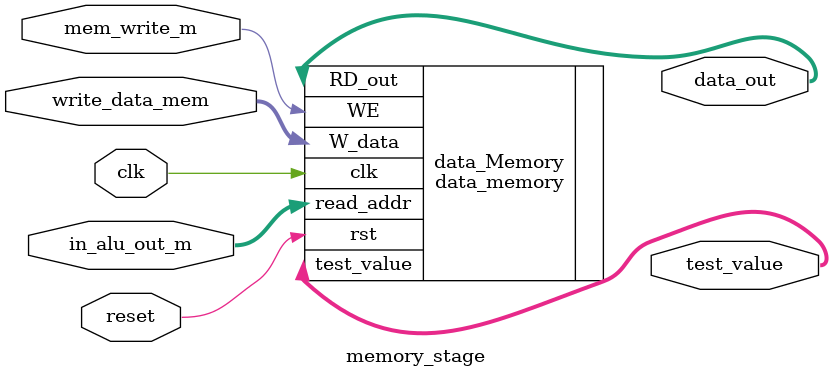
<source format=v>
module memory_stage 
#(parameter data_width=32,op_width=5,test_width=16)
(input clk,
input reset,
    input [data_width-1:0] in_alu_out_m,
input  [data_width-1:0] write_data_mem,
input mem_write_m,
output [data_width-1:0] data_out, 
output [test_width-1:0] test_value
);

 data_memory #( .width(32),.depth(256),.addr(32),.test_width(16)) data_Memory

(
.clk(clk),
.rst(reset) ,
.WE(mem_write_m),
.read_addr(in_alu_out_m),//for alu result 
.W_data(write_data_mem),//for memory write
.RD_out(data_out), //read output 
.test_value(test_value) 
);
endmodule 
</source>
